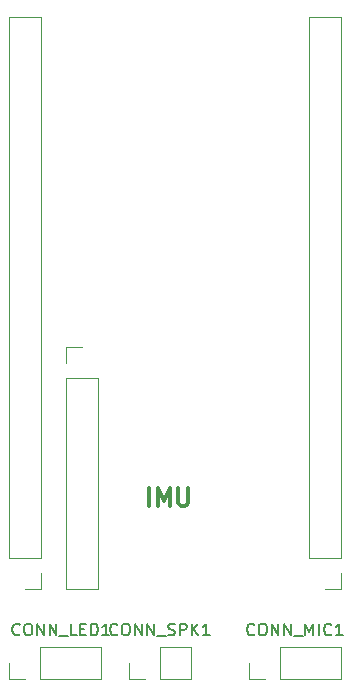
<source format=gbr>
G04 #@! TF.GenerationSoftware,KiCad,Pcbnew,(5.1.4)-1*
G04 #@! TF.CreationDate,2019-11-28T20:23:01+01:00*
G04 #@! TF.ProjectId,zillo-mini-devkit,7a696c6c-6f2d-46d6-996e-692d6465766b,rev?*
G04 #@! TF.SameCoordinates,Original*
G04 #@! TF.FileFunction,Legend,Top*
G04 #@! TF.FilePolarity,Positive*
%FSLAX46Y46*%
G04 Gerber Fmt 4.6, Leading zero omitted, Abs format (unit mm)*
G04 Created by KiCad (PCBNEW (5.1.4)-1) date 2019-11-28 20:23:01*
%MOMM*%
%LPD*%
G04 APERTURE LIST*
%ADD10C,0.300000*%
%ADD11C,0.120000*%
%ADD12C,0.150000*%
G04 APERTURE END LIST*
D10*
X43569142Y-83228571D02*
X43569142Y-81728571D01*
X44283428Y-83228571D02*
X44283428Y-81728571D01*
X44783428Y-82800000D01*
X45283428Y-81728571D01*
X45283428Y-83228571D01*
X45997714Y-81728571D02*
X45997714Y-82942857D01*
X46069142Y-83085714D01*
X46140571Y-83157142D01*
X46283428Y-83228571D01*
X46569142Y-83228571D01*
X46712000Y-83157142D01*
X46783428Y-83085714D01*
X46854857Y-82942857D01*
X46854857Y-81728571D01*
D11*
X59750000Y-97850000D02*
X59750000Y-95190000D01*
X54610000Y-97850000D02*
X59750000Y-97850000D01*
X54610000Y-95190000D02*
X59750000Y-95190000D01*
X54610000Y-97850000D02*
X54610000Y-95190000D01*
X53340000Y-97850000D02*
X52010000Y-97850000D01*
X52010000Y-97850000D02*
X52010000Y-96520000D01*
X36516000Y-90230000D02*
X39176000Y-90230000D01*
X36516000Y-72390000D02*
X36516000Y-90230000D01*
X39176000Y-72390000D02*
X39176000Y-90230000D01*
X36516000Y-72390000D02*
X39176000Y-72390000D01*
X36516000Y-71120000D02*
X36516000Y-69790000D01*
X36516000Y-69790000D02*
X37846000Y-69790000D01*
X59750000Y-41850000D02*
X57090000Y-41850000D01*
X59750000Y-87630000D02*
X59750000Y-41850000D01*
X57090000Y-87630000D02*
X57090000Y-41850000D01*
X59750000Y-87630000D02*
X57090000Y-87630000D01*
X59750000Y-88900000D02*
X59750000Y-90230000D01*
X59750000Y-90230000D02*
X58420000Y-90230000D01*
X34350000Y-41850000D02*
X31690000Y-41850000D01*
X34350000Y-87630000D02*
X34350000Y-41850000D01*
X31690000Y-87630000D02*
X31690000Y-41850000D01*
X34350000Y-87630000D02*
X31690000Y-87630000D01*
X34350000Y-88900000D02*
X34350000Y-90230000D01*
X34350000Y-90230000D02*
X33020000Y-90230000D01*
X47050000Y-97850000D02*
X47050000Y-95190000D01*
X44450000Y-97850000D02*
X47050000Y-97850000D01*
X44450000Y-95190000D02*
X47050000Y-95190000D01*
X44450000Y-97850000D02*
X44450000Y-95190000D01*
X43180000Y-97850000D02*
X41850000Y-97850000D01*
X41850000Y-97850000D02*
X41850000Y-96520000D01*
X39430000Y-97850000D02*
X39430000Y-95190000D01*
X34290000Y-97850000D02*
X39430000Y-97850000D01*
X34290000Y-95190000D02*
X39430000Y-95190000D01*
X34290000Y-97850000D02*
X34290000Y-95190000D01*
X33020000Y-97850000D02*
X31690000Y-97850000D01*
X31690000Y-97850000D02*
X31690000Y-96520000D01*
D12*
X52451428Y-94083142D02*
X52403809Y-94130761D01*
X52260952Y-94178380D01*
X52165714Y-94178380D01*
X52022857Y-94130761D01*
X51927619Y-94035523D01*
X51880000Y-93940285D01*
X51832380Y-93749809D01*
X51832380Y-93606952D01*
X51880000Y-93416476D01*
X51927619Y-93321238D01*
X52022857Y-93226000D01*
X52165714Y-93178380D01*
X52260952Y-93178380D01*
X52403809Y-93226000D01*
X52451428Y-93273619D01*
X53070476Y-93178380D02*
X53260952Y-93178380D01*
X53356190Y-93226000D01*
X53451428Y-93321238D01*
X53499047Y-93511714D01*
X53499047Y-93845047D01*
X53451428Y-94035523D01*
X53356190Y-94130761D01*
X53260952Y-94178380D01*
X53070476Y-94178380D01*
X52975238Y-94130761D01*
X52880000Y-94035523D01*
X52832380Y-93845047D01*
X52832380Y-93511714D01*
X52880000Y-93321238D01*
X52975238Y-93226000D01*
X53070476Y-93178380D01*
X53927619Y-94178380D02*
X53927619Y-93178380D01*
X54499047Y-94178380D01*
X54499047Y-93178380D01*
X54975238Y-94178380D02*
X54975238Y-93178380D01*
X55546666Y-94178380D01*
X55546666Y-93178380D01*
X55784761Y-94273619D02*
X56546666Y-94273619D01*
X56784761Y-94178380D02*
X56784761Y-93178380D01*
X57118095Y-93892666D01*
X57451428Y-93178380D01*
X57451428Y-94178380D01*
X57927619Y-94178380D02*
X57927619Y-93178380D01*
X58975238Y-94083142D02*
X58927619Y-94130761D01*
X58784761Y-94178380D01*
X58689523Y-94178380D01*
X58546666Y-94130761D01*
X58451428Y-94035523D01*
X58403809Y-93940285D01*
X58356190Y-93749809D01*
X58356190Y-93606952D01*
X58403809Y-93416476D01*
X58451428Y-93321238D01*
X58546666Y-93226000D01*
X58689523Y-93178380D01*
X58784761Y-93178380D01*
X58927619Y-93226000D01*
X58975238Y-93273619D01*
X59927619Y-94178380D02*
X59356190Y-94178380D01*
X59641904Y-94178380D02*
X59641904Y-93178380D01*
X59546666Y-93321238D01*
X59451428Y-93416476D01*
X59356190Y-93464095D01*
X40854761Y-94083142D02*
X40807142Y-94130761D01*
X40664285Y-94178380D01*
X40569047Y-94178380D01*
X40426190Y-94130761D01*
X40330952Y-94035523D01*
X40283333Y-93940285D01*
X40235714Y-93749809D01*
X40235714Y-93606952D01*
X40283333Y-93416476D01*
X40330952Y-93321238D01*
X40426190Y-93226000D01*
X40569047Y-93178380D01*
X40664285Y-93178380D01*
X40807142Y-93226000D01*
X40854761Y-93273619D01*
X41473809Y-93178380D02*
X41664285Y-93178380D01*
X41759523Y-93226000D01*
X41854761Y-93321238D01*
X41902380Y-93511714D01*
X41902380Y-93845047D01*
X41854761Y-94035523D01*
X41759523Y-94130761D01*
X41664285Y-94178380D01*
X41473809Y-94178380D01*
X41378571Y-94130761D01*
X41283333Y-94035523D01*
X41235714Y-93845047D01*
X41235714Y-93511714D01*
X41283333Y-93321238D01*
X41378571Y-93226000D01*
X41473809Y-93178380D01*
X42330952Y-94178380D02*
X42330952Y-93178380D01*
X42902380Y-94178380D01*
X42902380Y-93178380D01*
X43378571Y-94178380D02*
X43378571Y-93178380D01*
X43950000Y-94178380D01*
X43950000Y-93178380D01*
X44188095Y-94273619D02*
X44950000Y-94273619D01*
X45140476Y-94130761D02*
X45283333Y-94178380D01*
X45521428Y-94178380D01*
X45616666Y-94130761D01*
X45664285Y-94083142D01*
X45711904Y-93987904D01*
X45711904Y-93892666D01*
X45664285Y-93797428D01*
X45616666Y-93749809D01*
X45521428Y-93702190D01*
X45330952Y-93654571D01*
X45235714Y-93606952D01*
X45188095Y-93559333D01*
X45140476Y-93464095D01*
X45140476Y-93368857D01*
X45188095Y-93273619D01*
X45235714Y-93226000D01*
X45330952Y-93178380D01*
X45569047Y-93178380D01*
X45711904Y-93226000D01*
X46140476Y-94178380D02*
X46140476Y-93178380D01*
X46521428Y-93178380D01*
X46616666Y-93226000D01*
X46664285Y-93273619D01*
X46711904Y-93368857D01*
X46711904Y-93511714D01*
X46664285Y-93606952D01*
X46616666Y-93654571D01*
X46521428Y-93702190D01*
X46140476Y-93702190D01*
X47140476Y-94178380D02*
X47140476Y-93178380D01*
X47711904Y-94178380D02*
X47283333Y-93606952D01*
X47711904Y-93178380D02*
X47140476Y-93749809D01*
X48664285Y-94178380D02*
X48092857Y-94178380D01*
X48378571Y-94178380D02*
X48378571Y-93178380D01*
X48283333Y-93321238D01*
X48188095Y-93416476D01*
X48092857Y-93464095D01*
X32591809Y-94083142D02*
X32544190Y-94130761D01*
X32401333Y-94178380D01*
X32306095Y-94178380D01*
X32163238Y-94130761D01*
X32068000Y-94035523D01*
X32020380Y-93940285D01*
X31972761Y-93749809D01*
X31972761Y-93606952D01*
X32020380Y-93416476D01*
X32068000Y-93321238D01*
X32163238Y-93226000D01*
X32306095Y-93178380D01*
X32401333Y-93178380D01*
X32544190Y-93226000D01*
X32591809Y-93273619D01*
X33210857Y-93178380D02*
X33401333Y-93178380D01*
X33496571Y-93226000D01*
X33591809Y-93321238D01*
X33639428Y-93511714D01*
X33639428Y-93845047D01*
X33591809Y-94035523D01*
X33496571Y-94130761D01*
X33401333Y-94178380D01*
X33210857Y-94178380D01*
X33115619Y-94130761D01*
X33020380Y-94035523D01*
X32972761Y-93845047D01*
X32972761Y-93511714D01*
X33020380Y-93321238D01*
X33115619Y-93226000D01*
X33210857Y-93178380D01*
X34068000Y-94178380D02*
X34068000Y-93178380D01*
X34639428Y-94178380D01*
X34639428Y-93178380D01*
X35115619Y-94178380D02*
X35115619Y-93178380D01*
X35687047Y-94178380D01*
X35687047Y-93178380D01*
X35925142Y-94273619D02*
X36687047Y-94273619D01*
X37401333Y-94178380D02*
X36925142Y-94178380D01*
X36925142Y-93178380D01*
X37734666Y-93654571D02*
X38068000Y-93654571D01*
X38210857Y-94178380D02*
X37734666Y-94178380D01*
X37734666Y-93178380D01*
X38210857Y-93178380D01*
X38639428Y-94178380D02*
X38639428Y-93178380D01*
X38877523Y-93178380D01*
X39020380Y-93226000D01*
X39115619Y-93321238D01*
X39163238Y-93416476D01*
X39210857Y-93606952D01*
X39210857Y-93749809D01*
X39163238Y-93940285D01*
X39115619Y-94035523D01*
X39020380Y-94130761D01*
X38877523Y-94178380D01*
X38639428Y-94178380D01*
X40163238Y-94178380D02*
X39591809Y-94178380D01*
X39877523Y-94178380D02*
X39877523Y-93178380D01*
X39782285Y-93321238D01*
X39687047Y-93416476D01*
X39591809Y-93464095D01*
M02*

</source>
